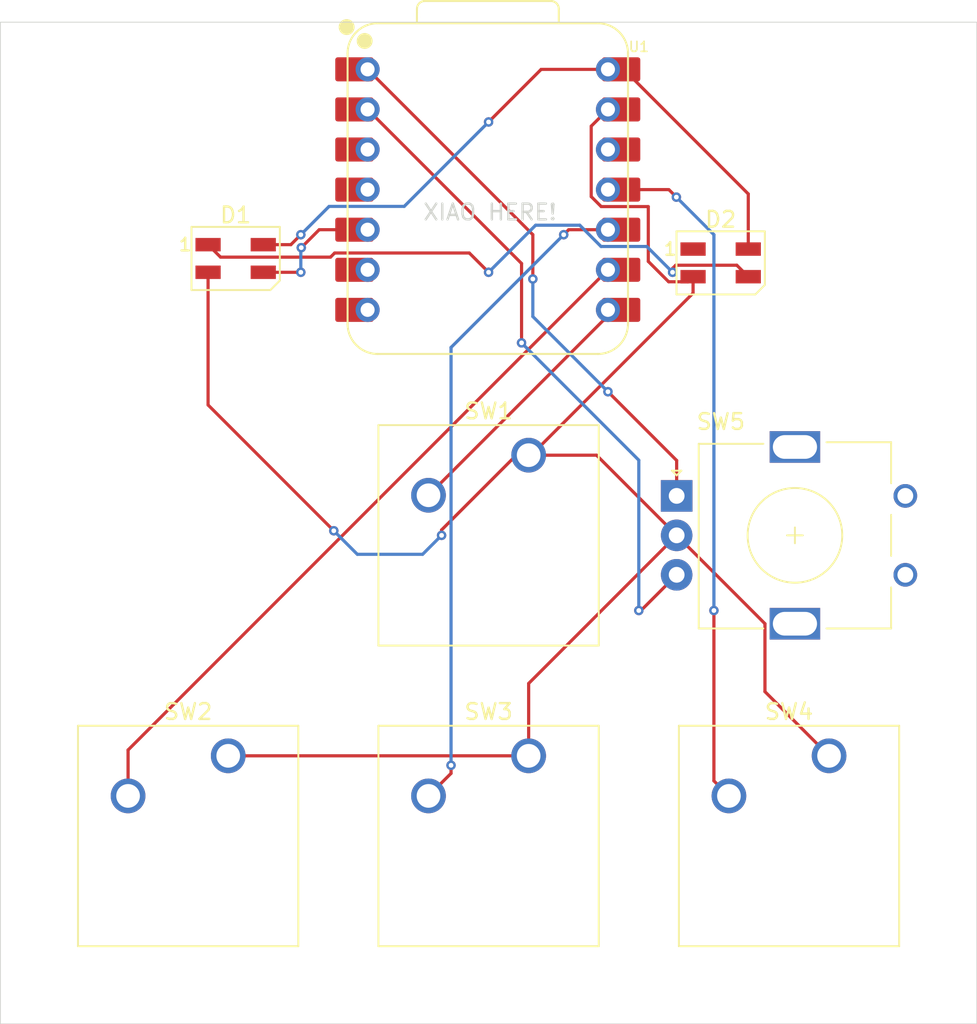
<source format=kicad_pcb>
(kicad_pcb (version 20241229) (generator "pcbnew") (generator_version "9.0")
  (layers (0 "F.Cu" signal) (2 "B.Cu" signal) (13 "F.Paste" user) (15 "B.Paste" user) (5 "F.SilkS" user "F.Silkscreen") (7 "B.SilkS" user "B.Silkscreen") (1 "F.Mask" user) (3 "B.Mask" user) (25 "Edge.Cuts" user))
  (net 0 "")
  (net 1 "Net-(D1-DOUT)")
  (net 2 "GND")
  (net 3 "+5V")
  (net 4 "Net-(D1-DIN)")
  (net 6 "Net-(U1-GPIO1{slash}RX)")
  (net 7 "Net-(U1-GPIO2{slash}SCK)")
  (net 8 "Net-(U1-GPIO4{slash}MISO)")
  (net 9 "Net-(U1-GPIO3{slash}MOSI)")
  (net 15 "Net-(U1-GPIO26{slash}ADC0{slash}A0)")
  (net 16 "Net-(U1-GPIO27{slash}ADC1{slash}A1)")
  (footprint "LED_SMD:LED_SK6812MINI_PLCC4_3.5x3.5mm_P1.75mm" (layer "F.Cu") (at 181.403081 77.98496)
    (property "Reference" "D2" (at 0 -2.75 0) (layer "F.SilkS"))
    (property "Value" "SK6812MINI")
    (fp_line (start -2.8 -2) (end -2.8 2) (stroke (width 0.12)) (layer "F.SilkS"))
    (fp_line (start -2.8 -2) (end 2.8 -2) (stroke (width 0.12)) (layer "F.SilkS"))
    (fp_line (start -2.8 2) (end 2.2 2) (stroke (width 0.12)) (layer "F.SilkS"))
    (fp_line (start 2.8 1.4) (end 2.2 2) (stroke (width 0.12)) (layer "F.SilkS"))
    (fp_line (start 2.8 1.4) (end 2.8 -2) (stroke (width 0.12)) (layer "F.SilkS"))
    (fp_text user "1" (at -3.2 -0.875 0) (layer "F.SilkS") (effects (font (size 0.8 0.8))))
    (pad "1" smd rect (at -1.75 -0.875) (size 1.6 0.85) (layers "F.Cu" "F.Mask" "F.Paste"))
    (pad "2" smd rect (at -1.75 0.875) (size 1.6 0.85) (layers "F.Cu" "F.Mask" "F.Paste") (net 2 "GND"))
    (pad "3" smd rect (at 1.75 0.875) (size 1.6 0.85) (layers "F.Cu" "F.Mask" "F.Paste") (net 1 "Net-(D1-DOUT)"))
    (pad "4" smd rect (at 1.75 -0.875) (size 1.6 0.85) (layers "F.Cu" "F.Mask" "F.Paste") (net 3 "+5V"))
  )
  (footprint "Button_Switch_Keyboard:SW_Cherry_MX_1.00u_PCB" (layer "F.Cu") (at 188.2775 109.22)
    (property "Reference" "SW4" (at -2.54 -2.794 0) (layer "F.SilkS"))
    (property "Value" "SW_Push")
    (fp_line (start -9.525 -1.905) (end 4.445 -1.905) (stroke (width 0.12)) (layer "F.SilkS"))
    (fp_line (start -9.525 12.065) (end -9.525 -1.905) (stroke (width 0.12)) (layer "F.SilkS"))
    (fp_line (start 4.445 -1.905) (end 4.445 12.065) (stroke (width 0.12)) (layer "F.SilkS"))
    (fp_line (start 4.445 12.065) (end -9.525 12.065) (stroke (width 0.12)) (layer "F.SilkS"))
    (pad "" np_thru_hole circle (at -7.62 5.08) (size 1.7 1.7) (drill 1.7) (layers "*.Cu" "*.Mask"))
    (pad "" np_thru_hole circle (at -2.54 5.08) (size 4 4) (drill 4) (layers "*.Cu" "*.Mask"))
    (pad "" np_thru_hole circle (at 2.54 5.08) (size 1.7 1.7) (drill 1.7) (layers "*.Cu" "*.Mask"))
    (pad "1" thru_hole circle (at 0 0) (size 2.2 2.2) (drill 1.5) (layers "*.Cu" "*.Mask") (net 2 "GND"))
    (pad "2" thru_hole circle (at -6.35 2.54) (size 2.2 2.2) (drill 1.5) (layers "*.Cu" "*.Mask") (net 9 "Net-(U1-GPIO3{slash}MOSI)"))
  )
  (footprint "LED_SMD:LED_SK6812MINI_PLCC4_3.5x3.5mm_P1.75mm" (layer "F.Cu") (at 150.65 77.70625)
    (property "Reference" "D1" (at 0 -2.75 0) (layer "F.SilkS"))
    (property "Value" "SK6812MINI")
    (fp_line (start -2.8 -2) (end -2.8 2) (stroke (width 0.12)) (layer "F.SilkS"))
    (fp_line (start -2.8 -2) (end 2.8 -2) (stroke (width 0.12)) (layer "F.SilkS"))
    (fp_line (start -2.8 2) (end 2.2 2) (stroke (width 0.12)) (layer "F.SilkS"))
    (fp_line (start 2.8 1.4) (end 2.2 2) (stroke (width 0.12)) (layer "F.SilkS"))
    (fp_line (start 2.8 1.4) (end 2.8 -2) (stroke (width 0.12)) (layer "F.SilkS"))
    (fp_text user "1" (at -3.2 -0.875 0) (layer "F.SilkS") (effects (font (size 0.8 0.8))))
    (pad "1" smd rect (at -1.75 -0.875) (size 1.6 0.85) (layers "F.Cu" "F.Mask" "F.Paste") (net 1 "Net-(D1-DOUT)"))
    (pad "2" smd rect (at -1.75 0.875) (size 1.6 0.85) (layers "F.Cu" "F.Mask" "F.Paste") (net 2 "GND"))
    (pad "3" smd rect (at 1.75 0.875) (size 1.6 0.85) (layers "F.Cu" "F.Mask" "F.Paste") (net 4 "Net-(D1-DIN)"))
    (pad "4" smd rect (at 1.75 -0.875) (size 1.6 0.85) (layers "F.Cu" "F.Mask" "F.Paste") (net 3 "+5V"))
  )
  (footprint "opl:XIAO-RP2040-DIP" (layer "F.Cu") (at 166.636 73.3425)
    (property "Reference" "U1" (at 9.5765 -9.04875 0) (layer "F.SilkS") (effects (font (size 0.635 0.635) (thickness 0.1016))))
    (property "Value" "XIAO-RP2040-DIP")
    (fp_line (start -8.89 8.509) (end -8.89 -8.636) (stroke (width 0.127)) (layer "F.SilkS"))
    (fp_line (start -6.985 10.414) (end 6.985 10.414) (stroke (width 0.127)) (layer "F.SilkS"))
    (fp_line (start -4.495 -10.541) (end -4.491272 -11.451272) (stroke (width 0.127)) (layer "F.SilkS"))
    (fp_line (start -3.991272 -11.951) (end 4.004 -11.951) (stroke (width 0.127)) (layer "F.SilkS"))
    (fp_line (start 4.504 -11.451) (end 4.504 -10.541) (stroke (width 0.127)) (layer "F.SilkS"))
    (fp_line (start 6.985 -10.541) (end -6.985 -10.541) (stroke (width 0.1)) (layer "F.SilkS"))
    (fp_line (start 6.985 -10.541) (end -6.985 -10.541) (stroke (width 0.127)) (layer "F.SilkS"))
    (fp_line (start 8.89 8.509) (end 8.89 -8.636) (stroke (width 0.127)) (layer "F.SilkS"))
    (fp_arc (start -8.89 -8.636) (mid -8.332038 -9.983038) (end -6.985 -10.541) (stroke (width 0.127)) (layer "F.SilkS"))
    (fp_arc (start -6.985 10.414) (mid -8.332038 9.856038) (end -8.89 8.509) (stroke (width 0.127)) (layer "F.SilkS"))
    (fp_arc (start -4.491272 -11.451272) (mid -4.344728 -11.80464) (end -3.991272 -11.951) (stroke (width 0.127)) (layer "F.SilkS"))
    (fp_arc (start 4.004 -11.951) (mid 4.357553 -11.804553) (end 4.504 -11.451) (stroke (width 0.127)) (layer "F.SilkS"))
    (fp_arc (start 6.985 -10.541) (mid 8.332038 -9.983038) (end 8.89 -8.636) (stroke (width 0.127)) (layer "F.SilkS"))
    (fp_arc (start 8.89 8.509) (mid 8.332038 9.856038) (end 6.985 10.414) (stroke (width 0.127)) (layer "F.SilkS"))
    (fp_circle (center -8.95 -10.3) (end -8.95 -10.554) (stroke (width 0.5)) (fill yes) (layer "F.SilkS"))
    (fp_circle (center -7.807 -9.42) (end -7.807 -9.674) (stroke (width 0.5)) (fill yes) (layer "F.SilkS"))
    (pad "1" smd roundrect (at -8.455 -7.62 180) (size 2.432 1.524) (layers "F.Cu" "F.Mask") (roundrect_rratio 0.1) (net 15 "Net-(U1-GPIO26{slash}ADC0{slash}A0)"))
    (pad "1" thru_hole circle (at -7.62 -7.62 180) (size 1.524 1.524) (drill 0.889) (layers "*.Cu" "*.Mask") (net 15 "Net-(U1-GPIO26{slash}ADC0{slash}A0)"))
    (pad "2" smd roundrect (at -8.455 -5.08 180) (size 2.432 1.524) (layers "F.Cu" "F.Mask") (roundrect_rratio 0.1) (net 16 "Net-(U1-GPIO27{slash}ADC1{slash}A1)"))
    (pad "2" thru_hole circle (at -7.62 -5.08 180) (size 1.524 1.524) (drill 0.889) (layers "*.Cu" "*.Mask") (net 16 "Net-(U1-GPIO27{slash}ADC1{slash}A1)"))
    (pad "3" smd roundrect (at -8.455 -2.54 180) (size 2.432 1.524) (layers "F.Cu" "F.Mask") (roundrect_rratio 0.1))
    (pad "3" thru_hole circle (at -7.62 -2.54 180) (size 1.524 1.524) (drill 0.889) (layers "*.Cu" "*.Mask"))
    (pad "4" smd roundrect (at -8.455 0 180) (size 2.432 1.524) (layers "F.Cu" "F.Mask") (roundrect_rratio 0.1))
    (pad "4" thru_hole circle (at -7.62 0 180) (size 1.524 1.524) (drill 0.889) (layers "*.Cu" "*.Mask"))
    (pad "5" smd roundrect (at -8.455 2.54 180) (size 2.432 1.524) (layers "F.Cu" "F.Mask") (roundrect_rratio 0.1) (net 4 "Net-(D1-DIN)"))
    (pad "5" thru_hole circle (at -7.62 2.54 180) (size 1.524 1.524) (drill 0.889) (layers "*.Cu" "*.Mask") (net 4 "Net-(D1-DIN)"))
    (pad "6" smd roundrect (at -8.455 5.08 180) (size 2.432 1.524) (layers "F.Cu" "F.Mask") (roundrect_rratio 0.1))
    (pad "6" thru_hole circle (at -7.62 5.08 180) (size 1.524 1.524) (drill 0.889) (layers "*.Cu" "*.Mask"))
    (pad "7" smd roundrect (at -8.455 7.62 180) (size 2.432 1.524) (layers "F.Cu" "F.Mask") (roundrect_rratio 0.1))
    (pad "7" thru_hole circle (at -7.62 7.62 180) (size 1.524 1.524) (drill 0.889) (layers "*.Cu" "*.Mask"))
    (pad "8" thru_hole circle (at 7.62 7.62) (size 1.524 1.524) (drill 0.889) (layers "*.Cu" "*.Mask") (net 6 "Net-(U1-GPIO1{slash}RX)"))
    (pad "8" smd roundrect (at 8.455 7.62) (size 2.432 1.524) (layers "F.Cu" "F.Mask") (roundrect_rratio 0.1) (net 6 "Net-(U1-GPIO1{slash}RX)"))
    (pad "9" thru_hole circle (at 7.62 5.08) (size 1.524 1.524) (drill 0.889) (layers "*.Cu" "*.Mask") (net 7 "Net-(U1-GPIO2{slash}SCK)"))
    (pad "9" smd roundrect (at 8.455 5.08) (size 2.432 1.524) (layers "F.Cu" "F.Mask") (roundrect_rratio 0.1) (net 7 "Net-(U1-GPIO2{slash}SCK)"))
    (pad "10" thru_hole circle (at 7.62 2.54) (size 1.524 1.524) (drill 0.889) (layers "*.Cu" "*.Mask") (net 8 "Net-(U1-GPIO4{slash}MISO)"))
    (pad "10" smd roundrect (at 8.455 2.54) (size 2.432 1.524) (layers "F.Cu" "F.Mask") (roundrect_rratio 0.1) (net 8 "Net-(U1-GPIO4{slash}MISO)"))
    (pad "11" thru_hole circle (at 7.62 0) (size 1.524 1.524) (drill 0.889) (layers "*.Cu" "*.Mask") (net 9 "Net-(U1-GPIO3{slash}MOSI)"))
    (pad "11" smd roundrect (at 8.455 0) (size 2.432 1.524) (layers "F.Cu" "F.Mask") (roundrect_rratio 0.1) (net 9 "Net-(U1-GPIO3{slash}MOSI)"))
    (pad "12" thru_hole circle (at 7.62 -2.54) (size 1.524 1.524) (drill 0.889) (layers "*.Cu" "*.Mask"))
    (pad "12" smd roundrect (at 8.455 -2.54) (size 2.432 1.524) (layers "F.Cu" "F.Mask") (roundrect_rratio 0.1))
    (pad "13" thru_hole circle (at 7.62 -5.08) (size 1.524 1.524) (drill 0.889) (layers "*.Cu" "*.Mask") (net 2 "GND"))
    (pad "13" smd roundrect (at 8.455 -5.08) (size 2.432 1.524) (layers "F.Cu" "F.Mask") (roundrect_rratio 0.1) (net 2 "GND"))
    (pad "14" thru_hole circle (at 7.62 -7.62) (size 1.524 1.524) (drill 0.889) (layers "*.Cu" "*.Mask") (net 3 "+5V"))
    (pad "14" smd roundrect (at 8.455 -7.62) (size 2.432 1.524) (layers "F.Cu" "F.Mask") (roundrect_rratio 0.1) (net 3 "+5V"))
  )
  (footprint "Button_Switch_Keyboard:SW_Cherry_MX_1.00u_PCB" (layer "F.Cu") (at 169.2275 90.17)
    (property "Reference" "SW1" (at -2.54 -2.794 0) (layer "F.SilkS"))
    (property "Value" "SW_Push")
    (fp_line (start -9.525 -1.905) (end 4.445 -1.905) (stroke (width 0.12)) (layer "F.SilkS"))
    (fp_line (start -9.525 12.065) (end -9.525 -1.905) (stroke (width 0.12)) (layer "F.SilkS"))
    (fp_line (start 4.445 -1.905) (end 4.445 12.065) (stroke (width 0.12)) (layer "F.SilkS"))
    (fp_line (start 4.445 12.065) (end -9.525 12.065) (stroke (width 0.12)) (layer "F.SilkS"))
    (pad "" np_thru_hole circle (at -7.62 5.08) (size 1.7 1.7) (drill 1.7) (layers "*.Cu" "*.Mask"))
    (pad "" np_thru_hole circle (at -2.54 5.08) (size 4 4) (drill 4) (layers "*.Cu" "*.Mask"))
    (pad "" np_thru_hole circle (at 2.54 5.08) (size 1.7 1.7) (drill 1.7) (layers "*.Cu" "*.Mask"))
    (pad "1" thru_hole circle (at 0 0) (size 2.2 2.2) (drill 1.5) (layers "*.Cu" "*.Mask") (net 2 "GND"))
    (pad "2" thru_hole circle (at -6.35 2.54) (size 2.2 2.2) (drill 1.5) (layers "*.Cu" "*.Mask") (net 6 "Net-(U1-GPIO1{slash}RX)"))
  )
  (footprint "Button_Switch_Keyboard:SW_Cherry_MX_1.00u_PCB" (layer "F.Cu") (at 150.1775 109.22)
    (property "Reference" "SW2" (at -2.54 -2.794 0) (layer "F.SilkS"))
    (property "Value" "SW_Push")
    (fp_line (start -9.525 -1.905) (end 4.445 -1.905) (stroke (width 0.12)) (layer "F.SilkS"))
    (fp_line (start -9.525 12.065) (end -9.525 -1.905) (stroke (width 0.12)) (layer "F.SilkS"))
    (fp_line (start 4.445 -1.905) (end 4.445 12.065) (stroke (width 0.12)) (layer "F.SilkS"))
    (fp_line (start 4.445 12.065) (end -9.525 12.065) (stroke (width 0.12)) (layer "F.SilkS"))
    (pad "" np_thru_hole circle (at -7.62 5.08) (size 1.7 1.7) (drill 1.7) (layers "*.Cu" "*.Mask"))
    (pad "" np_thru_hole circle (at -2.54 5.08) (size 4 4) (drill 4) (layers "*.Cu" "*.Mask"))
    (pad "" np_thru_hole circle (at 2.54 5.08) (size 1.7 1.7) (drill 1.7) (layers "*.Cu" "*.Mask"))
    (pad "1" thru_hole circle (at 0 0) (size 2.2 2.2) (drill 1.5) (layers "*.Cu" "*.Mask") (net 2 "GND"))
    (pad "2" thru_hole circle (at -6.35 2.54) (size 2.2 2.2) (drill 1.5) (layers "*.Cu" "*.Mask") (net 7 "Net-(U1-GPIO2{slash}SCK)"))
  )
  (footprint "Rotary_Encoder:RotaryEncoder_Alps_EC11E_Vertical_H20mm" (layer "F.Cu") (at 178.6125 92.75)
    (property "Reference" "SW5" (at 2.8 -4.7 0) (layer "F.SilkS"))
    (property "Value" "RotaryEncoder")
    (fp_line (start -0.3 -1.6) (end 0.3 -1.6) (stroke (width 0.12)) (layer "F.SilkS"))
    (fp_line (start 0 -1.3) (end -0.3 -1.6) (stroke (width 0.12)) (layer "F.SilkS"))
    (fp_line (start 0.3 -1.6) (end 0 -1.3) (stroke (width 0.12)) (layer "F.SilkS"))
    (fp_line (start 1.4 -3.3) (end 1.4 8.4) (stroke (width 0.12)) (layer "F.SilkS"))
    (fp_line (start 5.5 -3.3) (end 1.4 -3.3) (stroke (width 0.12)) (layer "F.SilkS"))
    (fp_line (start 5.5 8.4) (end 1.4 8.4) (stroke (width 0.12)) (layer "F.SilkS"))
    (fp_line (start 7 2.5) (end 8 2.5) (stroke (width 0.12)) (layer "F.SilkS"))
    (fp_line (start 7.5 2) (end 7.5 3) (stroke (width 0.12)) (layer "F.SilkS"))
    (fp_line (start 9.5 -3.4) (end 13.6 -3.4) (stroke (width 0.12)) (layer "F.SilkS"))
    (fp_line (start 13.6 -3.4) (end 13.6 -0.8) (stroke (width 0.12)) (layer "F.SilkS"))
    (fp_line (start 13.6 1.2) (end 13.6 3.8) (stroke (width 0.12)) (layer "F.SilkS"))
    (fp_line (start 13.6 5.8) (end 13.6 8.4) (stroke (width 0.12)) (layer "F.SilkS"))
    (fp_line (start 13.6 8.4) (end 9.5 8.4) (stroke (width 0.12)) (layer "F.SilkS"))
    (fp_circle (center 7.5 2.5) (end 10.5 2.5) (stroke (width 0.12)) (fill no) (layer "F.SilkS"))
    (pad "" thru_hole circle (at 14.5 0) (size 1.5 1.5) (drill 1) (layers "*.Cu" "*.Mask"))
    (pad "" thru_hole circle (at 14.5 5) (size 1.5 1.5) (drill 1) (layers "*.Cu" "*.Mask"))
    (pad "A" thru_hole rect (at 0 0) (size 2 2) (drill 1) (layers "*.Cu" "*.Mask") (net 15 "Net-(U1-GPIO26{slash}ADC0{slash}A0)"))
    (pad "B" thru_hole circle (at 0 5) (size 2 2) (drill 1) (layers "*.Cu" "*.Mask") (net 16 "Net-(U1-GPIO27{slash}ADC1{slash}A1)"))
    (pad "C" thru_hole circle (at 0 2.5) (size 2 2) (drill 1) (layers "*.Cu" "*.Mask") (net 2 "GND"))
    (pad "MP" thru_hole rect (at 7.5 -3.1) (size 3.2 2) (drill oval 2.8 1.5) (layers "*.Cu" "*.Mask"))
    (pad "MP" thru_hole rect (at 7.5 8.1) (size 3.2 2) (drill oval 2.8 1.5) (layers "*.Cu" "*.Mask"))
  )
  (footprint "Button_Switch_Keyboard:SW_Cherry_MX_1.00u_PCB" (layer "F.Cu") (at 169.2275 109.22)
    (property "Reference" "SW3" (at -2.54 -2.794 0) (layer "F.SilkS"))
    (property "Value" "SW_Push")
    (fp_line (start -9.525 -1.905) (end 4.445 -1.905) (stroke (width 0.12)) (layer "F.SilkS"))
    (fp_line (start -9.525 12.065) (end -9.525 -1.905) (stroke (width 0.12)) (layer "F.SilkS"))
    (fp_line (start 4.445 -1.905) (end 4.445 12.065) (stroke (width 0.12)) (layer "F.SilkS"))
    (fp_line (start 4.445 12.065) (end -9.525 12.065) (stroke (width 0.12)) (layer "F.SilkS"))
    (pad "" np_thru_hole circle (at -7.62 5.08) (size 1.7 1.7) (drill 1.7) (layers "*.Cu" "*.Mask"))
    (pad "" np_thru_hole circle (at -2.54 5.08) (size 4 4) (drill 4) (layers "*.Cu" "*.Mask"))
    (pad "" np_thru_hole circle (at 2.54 5.08) (size 1.7 1.7) (drill 1.7) (layers "*.Cu" "*.Mask"))
    (pad "1" thru_hole circle (at 0 0) (size 2.2 2.2) (drill 1.5) (layers "*.Cu" "*.Mask") (net 2 "GND"))
    (pad "2" thru_hole circle (at -6.35 2.54) (size 2.2 2.2) (drill 1.5) (layers "*.Cu" "*.Mask") (net 8 "Net-(U1-GPIO4{slash}MISO)"))
  )
  (gr_rect (start 135.73125 62.734085) (end 197.64375 126.20625) (stroke (width 0.05)) (fill no) (layer "Edge.Cuts"))
  (gr_text "XIAO HERE!" (at 162.461339 75.358885 0) (layer "Edge.Cuts") (effects (font (size 1 1)) (justify left bottom)))
  (segment (start 178.353079 78.332962) (end 178.552081 78.13396) (width 0.2) (layer "F.Cu") (net 1))
  (segment (start 165.46575 77.3595) (end 166.6875 78.58125) (width 0.2) (layer "F.Cu") (net 1))
  (segment (start 156.664 77.620874) (end 156.925374 77.3595) (width 0.2) (layer "F.Cu") (net 1))
  (segment (start 178.552081 78.13396) (end 182.427081 78.13396) (width 0.2) (layer "F.Cu") (net 1))
  (segment (start 148.9 76.83125) (end 149.689624 77.620874) (width 0.2) (layer "F.Cu") (net 1))
  (segment (start 156.925374 77.3595) (end 165.46575 77.3595) (width 0.2) (layer "F.Cu") (net 1))
  (segment (start 149.689624 77.620874) (end 156.664 77.620874) (width 0.2) (layer "F.Cu") (net 1))
  (segment (start 178.353079 78.58125) (end 178.353079 78.332962) (width 0.2) (layer "F.Cu") (net 1))
  (segment (start 182.427081 78.13396) (end 183.153081 78.85996) (width 0.2) (layer "F.Cu") (net 1))
  (via (at 178.353079 78.58125) (size 0.6) (drill 0.3) (layers "F.Cu" "B.Cu") (net 1))
  (via (at 166.6875 78.58125) (size 0.6) (drill 0.3) (layers "F.Cu" "B.Cu") (net 1))
  (segment (start 176.717329 76.9455) (end 178.353079 78.58125) (width 0.2) (layer "B.Cu") (net 1))
  (segment (start 166.6875 78.58125) (end 169.66975 75.599) (width 0.2) (layer "B.Cu") (net 1))
  (segment (start 173.81569 76.9455) (end 176.717329 76.9455) (width 0.2) (layer "B.Cu") (net 1))
  (segment (start 169.66975 75.599) (end 172.46919 75.599) (width 0.2) (layer "B.Cu") (net 1))
  (segment (start 172.46919 75.599) (end 173.81569 76.9455) (width 0.2) (layer "B.Cu") (net 1))
  (segment (start 169.2275 90.17) (end 169.2275 90.32875) (width 0.2) (layer "F.Cu") (net 2))
  (segment (start 174.256 68.2625) (end 173.193 69.3255) (width 0.2) (layer "F.Cu") (net 2))
  (segment (start 179.653081 79.903169) (end 179.653081 78.85996) (width 0.2) (layer "F.Cu") (net 2))
  (segment (start 179.330791 79.18225) (end 179.653081 78.85996) (width 0.2) (layer "F.Cu") (net 2))
  (segment (start 176.8135 74.41975) (end 176.8135 77.891614) (width 0.2) (layer "F.Cu") (net 2))
  (segment (start 173.193 69.3255) (end 173.193 73.78281) (width 0.2) (layer "F.Cu") (net 2))
  (segment (start 184.2115 100.849) (end 178.6125 95.25) (width 0.2) (layer "F.Cu") (net 2))
  (segment (start 148.9 78.58125) (end 148.9 86.9875) (width 0.2) (layer "F.Cu") (net 2))
  (segment (start 150.1775 109.37875) (end 150.33625 109.22) (width 0.2) (layer "F.Cu") (net 2))
  (segment (start 169.2275 104.635) (end 178.6125 95.25) (width 0.2) (layer "F.Cu") (net 2))
  (segment (start 163.70625 95.25) (end 163.70625 94.906434) (width 0.2) (layer "F.Cu") (net 2))
  (segment (start 173.5325 90.17) (end 169.2275 90.17) (width 0.2) (layer "F.Cu") (net 2))
  (segment (start 176.8135 77.891614) (end 178.104136 79.18225) (width 0.2) (layer "F.Cu") (net 2))
  (segment (start 168.442684 90.17) (end 169.2275 90.17) (width 0.2) (layer "F.Cu") (net 2))
  (segment (start 150.33625 109.22) (end 169.2275 109.22) (width 0.2) (layer "F.Cu") (net 2))
  (segment (start 169.2275 90.32875) (end 179.653081 79.903169) (width 0.2) (layer "F.Cu") (net 2))
  (segment (start 178.104136 79.18225) (end 179.330791 79.18225) (width 0.2) (layer "F.Cu") (net 2))
  (segment (start 188.2775 109.22) (end 184.2115 105.154) (width 0.2) (layer "F.Cu") (net 2))
  (segment (start 150.1775 109.22) (end 150.1775 109.37875) (width 0.2) (layer "F.Cu") (net 2))
  (segment (start 178.6125 95.25) (end 173.5325 90.17) (width 0.2) (layer "F.Cu") (net 2))
  (segment (start 163.70625 94.906434) (end 168.442684 90.17) (width 0.2) (layer "F.Cu") (net 2))
  (segment (start 148.9 86.9875) (end 156.871235 94.958735) (width 0.2) (layer "F.Cu") (net 2))
  (segment (start 173.82994 74.41975) (end 176.8135 74.41975) (width 0.2) (layer "F.Cu") (net 2))
  (segment (start 184.2115 105.154) (end 184.2115 100.849) (width 0.2) (layer "F.Cu") (net 2))
  (segment (start 173.193 73.78281) (end 173.82994 74.41975) (width 0.2) (layer "F.Cu") (net 2))
  (segment (start 169.2275 109.22) (end 169.2275 104.635) (width 0.2) (layer "F.Cu") (net 2))
  (via (at 163.70625 95.25) (size 0.6) (drill 0.3) (layers "F.Cu" "B.Cu") (net 2))
  (via (at 156.871235 94.958735) (size 0.6) (drill 0.3) (layers "F.Cu" "B.Cu") (net 2))
  (segment (start 162.50525 96.451) (end 163.70625 95.25) (width 0.2) (layer "B.Cu") (net 2))
  (segment (start 158.3635 96.451) (end 162.50525 96.451) (width 0.2) (layer "B.Cu") (net 2))
  (segment (start 156.871235 94.958735) (end 158.3635 96.451) (width 0.2) (layer "B.Cu") (net 2))
  (segment (start 170.02125 65.7225) (end 166.6875 69.05625) (width 0.2) (layer "F.Cu") (net 3))
  (segment (start 175.26 65.7225) (end 183.153081 73.615581) (width 0.2) (layer "F.Cu") (net 3))
  (segment (start 154.78125 76.2) (end 154.15 76.83125) (width 0.2) (layer "F.Cu") (net 3))
  (segment (start 154.15 76.83125) (end 152.4 76.83125) (width 0.2) (layer "F.Cu") (net 3))
  (segment (start 174.256 65.7225) (end 170.02125 65.7225) (width 0.2) (layer "F.Cu") (net 3))
  (segment (start 183.153081 73.615581) (end 183.153081 77.10996) (width 0.2) (layer "F.Cu") (net 3))
  (segment (start 174.256 65.7225) (end 175.26 65.7225) (width 0.2) (layer "F.Cu") (net 3))
  (via (at 154.78125 76.2) (size 0.6) (drill 0.3) (layers "F.Cu" "B.Cu") (net 3))
  (via (at 166.6875 69.05625) (size 0.6) (drill 0.3) (layers "F.Cu" "B.Cu") (net 3))
  (segment (start 156.57575 74.4055) (end 154.78125 76.2) (width 0.2) (layer "B.Cu") (net 3))
  (segment (start 166.6875 69.05625) (end 161.33825 74.4055) (width 0.2) (layer "B.Cu") (net 3))
  (segment (start 161.33825 74.4055) (end 156.57575 74.4055) (width 0.2) (layer "B.Cu") (net 3))
  (segment (start 154.808904 77.020874) (end 155.947278 75.8825) (width 0.2) (layer "F.Cu") (net 4))
  (segment (start 152.4 78.58125) (end 154.78125 78.58125) (width 0.2) (layer "F.Cu") (net 4))
  (segment (start 155.947278 75.8825) (end 159.016 75.8825) (width 0.2) (layer "F.Cu") (net 4))
  (via (at 154.808904 77.020874) (size 0.6) (drill 0.3) (layers "F.Cu" "B.Cu") (net 4))
  (via (at 154.78125 78.58125) (size 0.6) (drill 0.3) (layers "F.Cu" "B.Cu") (net 4))
  (segment (start 154.78125 77.048528) (end 154.808904 77.020874) (width 0.2) (layer "B.Cu") (net 4))
  (segment (start 154.78125 78.58125) (end 154.78125 77.048528) (width 0.2) (layer "B.Cu") (net 4))
  (segment (start 174.256 81.3315) (end 174.256 80.9625) (width 0.2) (layer "F.Cu") (net 6))
  (segment (start 162.8775 92.71) (end 174.256 81.3315) (width 0.2) (layer "F.Cu") (net 6))
  (segment (start 143.8275 108.851) (end 174.256 78.4225) (width 0.2) (layer "F.Cu") (net 7))
  (segment (start 143.8275 111.76) (end 143.8275 108.851) (width 0.2) (layer "F.Cu") (net 7))
  (segment (start 171.45 76.2) (end 171.7675 75.8825) (width 0.2) (layer "F.Cu") (net 8))
  (segment (start 171.7675 75.8825) (end 174.256 75.8825) (width 0.2) (layer "F.Cu") (net 8))
  (segment (start 164.30625 110.33125) (end 164.30625 109.82) (width 0.2) (layer "F.Cu") (net 8))
  (segment (start 162.8775 111.76) (end 164.30625 110.33125) (width 0.2) (layer "F.Cu") (net 8))
  (via (at 171.45 76.2) (size 0.6) (drill 0.3) (layers "F.Cu" "B.Cu") (net 8))
  (via (at 164.30625 109.82) (size 0.6) (drill 0.3) (layers "F.Cu" "B.Cu") (net 8))
  (segment (start 164.30625 83.34375) (end 171.45 76.2) (width 0.2) (layer "B.Cu") (net 8))
  (segment (start 164.30625 109.82) (end 164.30625 83.34375) (width 0.2) (layer "B.Cu") (net 8))
  (segment (start 180.975 110.8075) (end 180.975 100.0125) (width 0.2) (layer "F.Cu") (net 9))
  (segment (start 178.59375 73.81875) (end 178.1175 73.3425) (width 0.2) (layer "F.Cu") (net 9))
  (segment (start 181.9275 111.76) (end 180.975 110.8075) (width 0.2) (layer "F.Cu") (net 9))
  (segment (start 178.1175 73.3425) (end 174.256 73.3425) (width 0.2) (layer "F.Cu") (net 9))
  (via (at 178.59375 73.81875) (size 0.6) (drill 0.3) (layers "F.Cu" "B.Cu") (net 9))
  (via (at 180.975 100.0125) (size 0.6) (drill 0.3) (layers "F.Cu" "B.Cu") (net 9))
  (segment (start 180.975 76.2) (end 178.59375 73.81875) (width 0.2) (layer "B.Cu") (net 9))
  (segment (start 180.975 100.0125) (end 180.975 76.2) (width 0.2) (layer "B.Cu") (net 9))
  (segment (start 178.6125 92.75) (end 178.6125 90.50625) (width 0.2) (layer "F.Cu") (net 15))
  (segment (start 169.493015 79.005515) (end 169.493015 76.199515) (width 0.2) (layer "F.Cu") (net 15))
  (segment (start 178.6125 90.50625) (end 174.255515 86.149265) (width 0.2) (layer "F.Cu") (net 15))
  (segment (start 169.493015 76.199515) (end 159.016 65.7225) (width 0.2) (layer "F.Cu") (net 15))
  (via (at 174.255515 86.149265) (size 0.6) (drill 0.3) (layers "F.Cu" "B.Cu") (net 15))
  (via (at 169.493015 79.005515) (size 0.6) (drill 0.3) (layers "F.Cu" "B.Cu") (net 15))
  (segment (start 169.493015 81.386765) (end 169.493015 79.005515) (width 0.2) (layer "B.Cu") (net 15))
  (segment (start 174.255515 86.149265) (end 169.493015 81.386765) (width 0.2) (layer "B.Cu") (net 15))
  (segment (start 176.2125 100.0125) (end 176.35 100.0125) (width 0.2) (layer "F.Cu") (net 16))
  (segment (start 176.35 100.0125) (end 178.6125 97.75) (width 0.2) (layer "F.Cu") (net 16))
  (segment (start 159.016 68.2625) (end 168.777485 78.023985) (width 0.2) (layer "F.Cu") (net 16))
  (segment (start 168.777485 78.023985) (end 168.777485 83.052485) (width 0.2) (layer "F.Cu") (net 16))
  (via (at 168.777485 83.052485) (size 0.6) (drill 0.3) (layers "F.Cu" "B.Cu") (net 16))
  (via (at 176.2125 100.0125) (size 0.6) (drill 0.3) (layers "F.Cu" "B.Cu") (net 16))
  (segment (start 176.2125 90.4875) (end 176.2125 100.0125) (width 0.2) (layer "B.Cu") (net 16))
  (segment (start 168.777485 83.052485) (end 176.2125 90.4875) (width 0.2) (layer "B.Cu") (net 16))
)
</source>
